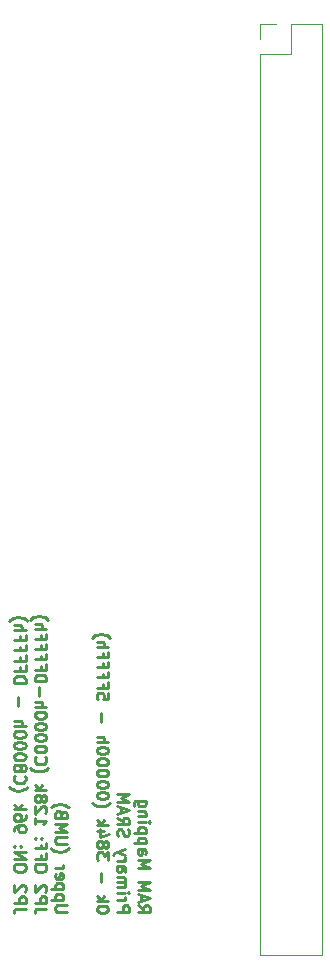
<source format=gbo>
G04 #@! TF.GenerationSoftware,KiCad,Pcbnew,(5.1.4)-1*
G04 #@! TF.CreationDate,2019-11-03T13:42:45-08:00*
G04 #@! TF.ProjectId,Tandy 1000 EX Memory Card,54616e64-7920-4313-9030-30204558204d,rev?*
G04 #@! TF.SameCoordinates,Original*
G04 #@! TF.FileFunction,Legend,Bot*
G04 #@! TF.FilePolarity,Positive*
%FSLAX46Y46*%
G04 Gerber Fmt 4.6, Leading zero omitted, Abs format (unit mm)*
G04 Created by KiCad (PCBNEW (5.1.4)-1) date 2019-11-03 13:42:45*
%MOMM*%
%LPD*%
G04 APERTURE LIST*
%ADD10C,0.250000*%
%ADD11C,0.120000*%
G04 APERTURE END LIST*
D10*
X147037619Y-129837976D02*
X147513809Y-130171309D01*
X147037619Y-130409404D02*
X148037619Y-130409404D01*
X148037619Y-130028452D01*
X147990000Y-129933214D01*
X147942380Y-129885595D01*
X147847142Y-129837976D01*
X147704285Y-129837976D01*
X147609047Y-129885595D01*
X147561428Y-129933214D01*
X147513809Y-130028452D01*
X147513809Y-130409404D01*
X147323333Y-129457023D02*
X147323333Y-128980833D01*
X147037619Y-129552261D02*
X148037619Y-129218928D01*
X147037619Y-128885595D01*
X147037619Y-128552261D02*
X148037619Y-128552261D01*
X147323333Y-128218928D01*
X148037619Y-127885595D01*
X147037619Y-127885595D01*
X147037619Y-126647500D02*
X148037619Y-126647500D01*
X147323333Y-126314166D01*
X148037619Y-125980833D01*
X147037619Y-125980833D01*
X147037619Y-125076071D02*
X147561428Y-125076071D01*
X147656666Y-125123690D01*
X147704285Y-125218928D01*
X147704285Y-125409404D01*
X147656666Y-125504642D01*
X147085238Y-125076071D02*
X147037619Y-125171309D01*
X147037619Y-125409404D01*
X147085238Y-125504642D01*
X147180476Y-125552261D01*
X147275714Y-125552261D01*
X147370952Y-125504642D01*
X147418571Y-125409404D01*
X147418571Y-125171309D01*
X147466190Y-125076071D01*
X147704285Y-124599880D02*
X146704285Y-124599880D01*
X147656666Y-124599880D02*
X147704285Y-124504642D01*
X147704285Y-124314166D01*
X147656666Y-124218928D01*
X147609047Y-124171309D01*
X147513809Y-124123690D01*
X147228095Y-124123690D01*
X147132857Y-124171309D01*
X147085238Y-124218928D01*
X147037619Y-124314166D01*
X147037619Y-124504642D01*
X147085238Y-124599880D01*
X147704285Y-123695119D02*
X146704285Y-123695119D01*
X147656666Y-123695119D02*
X147704285Y-123599880D01*
X147704285Y-123409404D01*
X147656666Y-123314166D01*
X147609047Y-123266547D01*
X147513809Y-123218928D01*
X147228095Y-123218928D01*
X147132857Y-123266547D01*
X147085238Y-123314166D01*
X147037619Y-123409404D01*
X147037619Y-123599880D01*
X147085238Y-123695119D01*
X147037619Y-122790357D02*
X147704285Y-122790357D01*
X148037619Y-122790357D02*
X147990000Y-122837976D01*
X147942380Y-122790357D01*
X147990000Y-122742738D01*
X148037619Y-122790357D01*
X147942380Y-122790357D01*
X147704285Y-122314166D02*
X147037619Y-122314166D01*
X147609047Y-122314166D02*
X147656666Y-122266547D01*
X147704285Y-122171309D01*
X147704285Y-122028452D01*
X147656666Y-121933214D01*
X147561428Y-121885595D01*
X147037619Y-121885595D01*
X147704285Y-120980833D02*
X146894761Y-120980833D01*
X146799523Y-121028452D01*
X146751904Y-121076071D01*
X146704285Y-121171309D01*
X146704285Y-121314166D01*
X146751904Y-121409404D01*
X147085238Y-120980833D02*
X147037619Y-121076071D01*
X147037619Y-121266547D01*
X147085238Y-121361785D01*
X147132857Y-121409404D01*
X147228095Y-121457023D01*
X147513809Y-121457023D01*
X147609047Y-121409404D01*
X147656666Y-121361785D01*
X147704285Y-121266547D01*
X147704285Y-121076071D01*
X147656666Y-120980833D01*
X145287619Y-130409404D02*
X146287619Y-130409404D01*
X146287619Y-130028452D01*
X146240000Y-129933214D01*
X146192380Y-129885595D01*
X146097142Y-129837976D01*
X145954285Y-129837976D01*
X145859047Y-129885595D01*
X145811428Y-129933214D01*
X145763809Y-130028452D01*
X145763809Y-130409404D01*
X145287619Y-129409404D02*
X145954285Y-129409404D01*
X145763809Y-129409404D02*
X145859047Y-129361785D01*
X145906666Y-129314166D01*
X145954285Y-129218928D01*
X145954285Y-129123690D01*
X145287619Y-128790357D02*
X145954285Y-128790357D01*
X146287619Y-128790357D02*
X146240000Y-128837976D01*
X146192380Y-128790357D01*
X146240000Y-128742738D01*
X146287619Y-128790357D01*
X146192380Y-128790357D01*
X145287619Y-128314166D02*
X145954285Y-128314166D01*
X145859047Y-128314166D02*
X145906666Y-128266547D01*
X145954285Y-128171309D01*
X145954285Y-128028452D01*
X145906666Y-127933214D01*
X145811428Y-127885595D01*
X145287619Y-127885595D01*
X145811428Y-127885595D02*
X145906666Y-127837976D01*
X145954285Y-127742738D01*
X145954285Y-127599880D01*
X145906666Y-127504642D01*
X145811428Y-127457023D01*
X145287619Y-127457023D01*
X145287619Y-126552261D02*
X145811428Y-126552261D01*
X145906666Y-126599880D01*
X145954285Y-126695119D01*
X145954285Y-126885595D01*
X145906666Y-126980833D01*
X145335238Y-126552261D02*
X145287619Y-126647500D01*
X145287619Y-126885595D01*
X145335238Y-126980833D01*
X145430476Y-127028452D01*
X145525714Y-127028452D01*
X145620952Y-126980833D01*
X145668571Y-126885595D01*
X145668571Y-126647500D01*
X145716190Y-126552261D01*
X145287619Y-126076071D02*
X145954285Y-126076071D01*
X145763809Y-126076071D02*
X145859047Y-126028452D01*
X145906666Y-125980833D01*
X145954285Y-125885595D01*
X145954285Y-125790357D01*
X145954285Y-125552261D02*
X145287619Y-125314166D01*
X145954285Y-125076071D02*
X145287619Y-125314166D01*
X145049523Y-125409404D01*
X145001904Y-125457023D01*
X144954285Y-125552261D01*
X145335238Y-123980833D02*
X145287619Y-123837976D01*
X145287619Y-123599880D01*
X145335238Y-123504642D01*
X145382857Y-123457023D01*
X145478095Y-123409404D01*
X145573333Y-123409404D01*
X145668571Y-123457023D01*
X145716190Y-123504642D01*
X145763809Y-123599880D01*
X145811428Y-123790357D01*
X145859047Y-123885595D01*
X145906666Y-123933214D01*
X146001904Y-123980833D01*
X146097142Y-123980833D01*
X146192380Y-123933214D01*
X146240000Y-123885595D01*
X146287619Y-123790357D01*
X146287619Y-123552261D01*
X146240000Y-123409404D01*
X145287619Y-122409404D02*
X145763809Y-122742738D01*
X145287619Y-122980833D02*
X146287619Y-122980833D01*
X146287619Y-122599880D01*
X146240000Y-122504642D01*
X146192380Y-122457023D01*
X146097142Y-122409404D01*
X145954285Y-122409404D01*
X145859047Y-122457023D01*
X145811428Y-122504642D01*
X145763809Y-122599880D01*
X145763809Y-122980833D01*
X145573333Y-122028452D02*
X145573333Y-121552261D01*
X145287619Y-122123690D02*
X146287619Y-121790357D01*
X145287619Y-121457023D01*
X145287619Y-121123690D02*
X146287619Y-121123690D01*
X145573333Y-120790357D01*
X146287619Y-120457023D01*
X145287619Y-120457023D01*
X144537619Y-130218928D02*
X144537619Y-130123690D01*
X144490000Y-130028452D01*
X144442380Y-129980833D01*
X144347142Y-129933214D01*
X144156666Y-129885595D01*
X143918571Y-129885595D01*
X143728095Y-129933214D01*
X143632857Y-129980833D01*
X143585238Y-130028452D01*
X143537619Y-130123690D01*
X143537619Y-130218928D01*
X143585238Y-130314166D01*
X143632857Y-130361785D01*
X143728095Y-130409404D01*
X143918571Y-130457023D01*
X144156666Y-130457023D01*
X144347142Y-130409404D01*
X144442380Y-130361785D01*
X144490000Y-130314166D01*
X144537619Y-130218928D01*
X143537619Y-129457023D02*
X144537619Y-129457023D01*
X143918571Y-129361785D02*
X143537619Y-129076071D01*
X144204285Y-129076071D02*
X143823333Y-129457023D01*
X143918571Y-127885595D02*
X143918571Y-127123690D01*
X144537619Y-125980833D02*
X144537619Y-125361785D01*
X144156666Y-125695119D01*
X144156666Y-125552261D01*
X144109047Y-125457023D01*
X144061428Y-125409404D01*
X143966190Y-125361785D01*
X143728095Y-125361785D01*
X143632857Y-125409404D01*
X143585238Y-125457023D01*
X143537619Y-125552261D01*
X143537619Y-125837976D01*
X143585238Y-125933214D01*
X143632857Y-125980833D01*
X144109047Y-124790357D02*
X144156666Y-124885595D01*
X144204285Y-124933214D01*
X144299523Y-124980833D01*
X144347142Y-124980833D01*
X144442380Y-124933214D01*
X144490000Y-124885595D01*
X144537619Y-124790357D01*
X144537619Y-124599880D01*
X144490000Y-124504642D01*
X144442380Y-124457023D01*
X144347142Y-124409404D01*
X144299523Y-124409404D01*
X144204285Y-124457023D01*
X144156666Y-124504642D01*
X144109047Y-124599880D01*
X144109047Y-124790357D01*
X144061428Y-124885595D01*
X144013809Y-124933214D01*
X143918571Y-124980833D01*
X143728095Y-124980833D01*
X143632857Y-124933214D01*
X143585238Y-124885595D01*
X143537619Y-124790357D01*
X143537619Y-124599880D01*
X143585238Y-124504642D01*
X143632857Y-124457023D01*
X143728095Y-124409404D01*
X143918571Y-124409404D01*
X144013809Y-124457023D01*
X144061428Y-124504642D01*
X144109047Y-124599880D01*
X144204285Y-123552261D02*
X143537619Y-123552261D01*
X144585238Y-123790357D02*
X143870952Y-124028452D01*
X143870952Y-123409404D01*
X143537619Y-123028452D02*
X144537619Y-123028452D01*
X143918571Y-122933214D02*
X143537619Y-122647500D01*
X144204285Y-122647500D02*
X143823333Y-123028452D01*
X143156666Y-121171309D02*
X143204285Y-121218928D01*
X143347142Y-121314166D01*
X143442380Y-121361785D01*
X143585238Y-121409404D01*
X143823333Y-121457023D01*
X144013809Y-121457023D01*
X144251904Y-121409404D01*
X144394761Y-121361785D01*
X144490000Y-121314166D01*
X144632857Y-121218928D01*
X144680476Y-121171309D01*
X144537619Y-120599880D02*
X144537619Y-120504642D01*
X144490000Y-120409404D01*
X144442380Y-120361785D01*
X144347142Y-120314166D01*
X144156666Y-120266547D01*
X143918571Y-120266547D01*
X143728095Y-120314166D01*
X143632857Y-120361785D01*
X143585238Y-120409404D01*
X143537619Y-120504642D01*
X143537619Y-120599880D01*
X143585238Y-120695119D01*
X143632857Y-120742738D01*
X143728095Y-120790357D01*
X143918571Y-120837976D01*
X144156666Y-120837976D01*
X144347142Y-120790357D01*
X144442380Y-120742738D01*
X144490000Y-120695119D01*
X144537619Y-120599880D01*
X144537619Y-119647500D02*
X144537619Y-119552261D01*
X144490000Y-119457023D01*
X144442380Y-119409404D01*
X144347142Y-119361785D01*
X144156666Y-119314166D01*
X143918571Y-119314166D01*
X143728095Y-119361785D01*
X143632857Y-119409404D01*
X143585238Y-119457023D01*
X143537619Y-119552261D01*
X143537619Y-119647500D01*
X143585238Y-119742738D01*
X143632857Y-119790357D01*
X143728095Y-119837976D01*
X143918571Y-119885595D01*
X144156666Y-119885595D01*
X144347142Y-119837976D01*
X144442380Y-119790357D01*
X144490000Y-119742738D01*
X144537619Y-119647500D01*
X144537619Y-118695119D02*
X144537619Y-118599880D01*
X144490000Y-118504642D01*
X144442380Y-118457023D01*
X144347142Y-118409404D01*
X144156666Y-118361785D01*
X143918571Y-118361785D01*
X143728095Y-118409404D01*
X143632857Y-118457023D01*
X143585238Y-118504642D01*
X143537619Y-118599880D01*
X143537619Y-118695119D01*
X143585238Y-118790357D01*
X143632857Y-118837976D01*
X143728095Y-118885595D01*
X143918571Y-118933214D01*
X144156666Y-118933214D01*
X144347142Y-118885595D01*
X144442380Y-118837976D01*
X144490000Y-118790357D01*
X144537619Y-118695119D01*
X144537619Y-117742738D02*
X144537619Y-117647500D01*
X144490000Y-117552261D01*
X144442380Y-117504642D01*
X144347142Y-117457023D01*
X144156666Y-117409404D01*
X143918571Y-117409404D01*
X143728095Y-117457023D01*
X143632857Y-117504642D01*
X143585238Y-117552261D01*
X143537619Y-117647500D01*
X143537619Y-117742738D01*
X143585238Y-117837976D01*
X143632857Y-117885595D01*
X143728095Y-117933214D01*
X143918571Y-117980833D01*
X144156666Y-117980833D01*
X144347142Y-117933214D01*
X144442380Y-117885595D01*
X144490000Y-117837976D01*
X144537619Y-117742738D01*
X144537619Y-116790357D02*
X144537619Y-116695119D01*
X144490000Y-116599880D01*
X144442380Y-116552261D01*
X144347142Y-116504642D01*
X144156666Y-116457023D01*
X143918571Y-116457023D01*
X143728095Y-116504642D01*
X143632857Y-116552261D01*
X143585238Y-116599880D01*
X143537619Y-116695119D01*
X143537619Y-116790357D01*
X143585238Y-116885595D01*
X143632857Y-116933214D01*
X143728095Y-116980833D01*
X143918571Y-117028452D01*
X144156666Y-117028452D01*
X144347142Y-116980833D01*
X144442380Y-116933214D01*
X144490000Y-116885595D01*
X144537619Y-116790357D01*
X143537619Y-116028452D02*
X144537619Y-116028452D01*
X143537619Y-115599880D02*
X144061428Y-115599880D01*
X144156666Y-115647500D01*
X144204285Y-115742738D01*
X144204285Y-115885595D01*
X144156666Y-115980833D01*
X144109047Y-116028452D01*
X143918571Y-114361785D02*
X143918571Y-113599880D01*
X144537619Y-111885595D02*
X144537619Y-112361785D01*
X144061428Y-112409404D01*
X144109047Y-112361785D01*
X144156666Y-112266547D01*
X144156666Y-112028452D01*
X144109047Y-111933214D01*
X144061428Y-111885595D01*
X143966190Y-111837976D01*
X143728095Y-111837976D01*
X143632857Y-111885595D01*
X143585238Y-111933214D01*
X143537619Y-112028452D01*
X143537619Y-112266547D01*
X143585238Y-112361785D01*
X143632857Y-112409404D01*
X144061428Y-111076071D02*
X144061428Y-111409404D01*
X143537619Y-111409404D02*
X144537619Y-111409404D01*
X144537619Y-110933214D01*
X144061428Y-110218928D02*
X144061428Y-110552261D01*
X143537619Y-110552261D02*
X144537619Y-110552261D01*
X144537619Y-110076071D01*
X144061428Y-109361785D02*
X144061428Y-109695119D01*
X143537619Y-109695119D02*
X144537619Y-109695119D01*
X144537619Y-109218928D01*
X144061428Y-108504642D02*
X144061428Y-108837976D01*
X143537619Y-108837976D02*
X144537619Y-108837976D01*
X144537619Y-108361785D01*
X143537619Y-107980833D02*
X144537619Y-107980833D01*
X143537619Y-107552261D02*
X144061428Y-107552261D01*
X144156666Y-107599880D01*
X144204285Y-107695119D01*
X144204285Y-107837976D01*
X144156666Y-107933214D01*
X144109047Y-107980833D01*
X143156666Y-107171309D02*
X143204285Y-107123690D01*
X143347142Y-107028452D01*
X143442380Y-106980833D01*
X143585238Y-106933214D01*
X143823333Y-106885595D01*
X144013809Y-106885595D01*
X144251904Y-106933214D01*
X144394761Y-106980833D01*
X144490000Y-107028452D01*
X144632857Y-107123690D01*
X144680476Y-107171309D01*
X141037619Y-130409404D02*
X140228095Y-130409404D01*
X140132857Y-130361785D01*
X140085238Y-130314166D01*
X140037619Y-130218928D01*
X140037619Y-130028452D01*
X140085238Y-129933214D01*
X140132857Y-129885595D01*
X140228095Y-129837976D01*
X141037619Y-129837976D01*
X140704285Y-129361785D02*
X139704285Y-129361785D01*
X140656666Y-129361785D02*
X140704285Y-129266547D01*
X140704285Y-129076071D01*
X140656666Y-128980833D01*
X140609047Y-128933214D01*
X140513809Y-128885595D01*
X140228095Y-128885595D01*
X140132857Y-128933214D01*
X140085238Y-128980833D01*
X140037619Y-129076071D01*
X140037619Y-129266547D01*
X140085238Y-129361785D01*
X140704285Y-128457023D02*
X139704285Y-128457023D01*
X140656666Y-128457023D02*
X140704285Y-128361785D01*
X140704285Y-128171309D01*
X140656666Y-128076071D01*
X140609047Y-128028452D01*
X140513809Y-127980833D01*
X140228095Y-127980833D01*
X140132857Y-128028452D01*
X140085238Y-128076071D01*
X140037619Y-128171309D01*
X140037619Y-128361785D01*
X140085238Y-128457023D01*
X140085238Y-127171309D02*
X140037619Y-127266547D01*
X140037619Y-127457023D01*
X140085238Y-127552261D01*
X140180476Y-127599880D01*
X140561428Y-127599880D01*
X140656666Y-127552261D01*
X140704285Y-127457023D01*
X140704285Y-127266547D01*
X140656666Y-127171309D01*
X140561428Y-127123690D01*
X140466190Y-127123690D01*
X140370952Y-127599880D01*
X140037619Y-126695119D02*
X140704285Y-126695119D01*
X140513809Y-126695119D02*
X140609047Y-126647500D01*
X140656666Y-126599880D01*
X140704285Y-126504642D01*
X140704285Y-126409404D01*
X139656666Y-125028452D02*
X139704285Y-125076071D01*
X139847142Y-125171309D01*
X139942380Y-125218928D01*
X140085238Y-125266547D01*
X140323333Y-125314166D01*
X140513809Y-125314166D01*
X140751904Y-125266547D01*
X140894761Y-125218928D01*
X140990000Y-125171309D01*
X141132857Y-125076071D01*
X141180476Y-125028452D01*
X141037619Y-124647500D02*
X140228095Y-124647500D01*
X140132857Y-124599880D01*
X140085238Y-124552261D01*
X140037619Y-124457023D01*
X140037619Y-124266547D01*
X140085238Y-124171309D01*
X140132857Y-124123690D01*
X140228095Y-124076071D01*
X141037619Y-124076071D01*
X140037619Y-123599880D02*
X141037619Y-123599880D01*
X140323333Y-123266547D01*
X141037619Y-122933214D01*
X140037619Y-122933214D01*
X140561428Y-122123690D02*
X140513809Y-121980833D01*
X140466190Y-121933214D01*
X140370952Y-121885595D01*
X140228095Y-121885595D01*
X140132857Y-121933214D01*
X140085238Y-121980833D01*
X140037619Y-122076071D01*
X140037619Y-122457023D01*
X141037619Y-122457023D01*
X141037619Y-122123690D01*
X140990000Y-122028452D01*
X140942380Y-121980833D01*
X140847142Y-121933214D01*
X140751904Y-121933214D01*
X140656666Y-121980833D01*
X140609047Y-122028452D01*
X140561428Y-122123690D01*
X140561428Y-122457023D01*
X139656666Y-121552261D02*
X139704285Y-121504642D01*
X139847142Y-121409404D01*
X139942380Y-121361785D01*
X140085238Y-121314166D01*
X140323333Y-121266547D01*
X140513809Y-121266547D01*
X140751904Y-121314166D01*
X140894761Y-121361785D01*
X140990000Y-121409404D01*
X141132857Y-121504642D01*
X141180476Y-121552261D01*
X139287619Y-130123690D02*
X138573333Y-130123690D01*
X138430476Y-130171309D01*
X138335238Y-130266547D01*
X138287619Y-130409404D01*
X138287619Y-130504642D01*
X138287619Y-129647500D02*
X139287619Y-129647500D01*
X139287619Y-129266547D01*
X139240000Y-129171309D01*
X139192380Y-129123690D01*
X139097142Y-129076071D01*
X138954285Y-129076071D01*
X138859047Y-129123690D01*
X138811428Y-129171309D01*
X138763809Y-129266547D01*
X138763809Y-129647500D01*
X139192380Y-128695119D02*
X139240000Y-128647500D01*
X139287619Y-128552261D01*
X139287619Y-128314166D01*
X139240000Y-128218928D01*
X139192380Y-128171309D01*
X139097142Y-128123690D01*
X139001904Y-128123690D01*
X138859047Y-128171309D01*
X138287619Y-128742738D01*
X138287619Y-128123690D01*
X139287619Y-126742738D02*
X139287619Y-126552261D01*
X139240000Y-126457023D01*
X139144761Y-126361785D01*
X138954285Y-126314166D01*
X138620952Y-126314166D01*
X138430476Y-126361785D01*
X138335238Y-126457023D01*
X138287619Y-126552261D01*
X138287619Y-126742738D01*
X138335238Y-126837976D01*
X138430476Y-126933214D01*
X138620952Y-126980833D01*
X138954285Y-126980833D01*
X139144761Y-126933214D01*
X139240000Y-126837976D01*
X139287619Y-126742738D01*
X138811428Y-125552261D02*
X138811428Y-125885595D01*
X138287619Y-125885595D02*
X139287619Y-125885595D01*
X139287619Y-125409404D01*
X138811428Y-124695119D02*
X138811428Y-125028452D01*
X138287619Y-125028452D02*
X139287619Y-125028452D01*
X139287619Y-124552261D01*
X138382857Y-124171309D02*
X138335238Y-124123690D01*
X138287619Y-124171309D01*
X138335238Y-124218928D01*
X138382857Y-124171309D01*
X138287619Y-124171309D01*
X138906666Y-124171309D02*
X138859047Y-124123690D01*
X138811428Y-124171309D01*
X138859047Y-124218928D01*
X138906666Y-124171309D01*
X138811428Y-124171309D01*
X138287619Y-122409404D02*
X138287619Y-122980833D01*
X138287619Y-122695119D02*
X139287619Y-122695119D01*
X139144761Y-122790357D01*
X139049523Y-122885595D01*
X139001904Y-122980833D01*
X139192380Y-122028452D02*
X139240000Y-121980833D01*
X139287619Y-121885595D01*
X139287619Y-121647500D01*
X139240000Y-121552261D01*
X139192380Y-121504642D01*
X139097142Y-121457023D01*
X139001904Y-121457023D01*
X138859047Y-121504642D01*
X138287619Y-122076071D01*
X138287619Y-121457023D01*
X138859047Y-120885595D02*
X138906666Y-120980833D01*
X138954285Y-121028452D01*
X139049523Y-121076071D01*
X139097142Y-121076071D01*
X139192380Y-121028452D01*
X139240000Y-120980833D01*
X139287619Y-120885595D01*
X139287619Y-120695119D01*
X139240000Y-120599880D01*
X139192380Y-120552261D01*
X139097142Y-120504642D01*
X139049523Y-120504642D01*
X138954285Y-120552261D01*
X138906666Y-120599880D01*
X138859047Y-120695119D01*
X138859047Y-120885595D01*
X138811428Y-120980833D01*
X138763809Y-121028452D01*
X138668571Y-121076071D01*
X138478095Y-121076071D01*
X138382857Y-121028452D01*
X138335238Y-120980833D01*
X138287619Y-120885595D01*
X138287619Y-120695119D01*
X138335238Y-120599880D01*
X138382857Y-120552261D01*
X138478095Y-120504642D01*
X138668571Y-120504642D01*
X138763809Y-120552261D01*
X138811428Y-120599880D01*
X138859047Y-120695119D01*
X138287619Y-120076071D02*
X139287619Y-120076071D01*
X138668571Y-119980833D02*
X138287619Y-119695119D01*
X138954285Y-119695119D02*
X138573333Y-120076071D01*
X137906666Y-118218928D02*
X137954285Y-118266547D01*
X138097142Y-118361785D01*
X138192380Y-118409404D01*
X138335238Y-118457023D01*
X138573333Y-118504642D01*
X138763809Y-118504642D01*
X139001904Y-118457023D01*
X139144761Y-118409404D01*
X139240000Y-118361785D01*
X139382857Y-118266547D01*
X139430476Y-118218928D01*
X138382857Y-117266547D02*
X138335238Y-117314166D01*
X138287619Y-117457023D01*
X138287619Y-117552261D01*
X138335238Y-117695119D01*
X138430476Y-117790357D01*
X138525714Y-117837976D01*
X138716190Y-117885595D01*
X138859047Y-117885595D01*
X139049523Y-117837976D01*
X139144761Y-117790357D01*
X139240000Y-117695119D01*
X139287619Y-117552261D01*
X139287619Y-117457023D01*
X139240000Y-117314166D01*
X139192380Y-117266547D01*
X139287619Y-116647500D02*
X139287619Y-116552261D01*
X139240000Y-116457023D01*
X139192380Y-116409404D01*
X139097142Y-116361785D01*
X138906666Y-116314166D01*
X138668571Y-116314166D01*
X138478095Y-116361785D01*
X138382857Y-116409404D01*
X138335238Y-116457023D01*
X138287619Y-116552261D01*
X138287619Y-116647500D01*
X138335238Y-116742738D01*
X138382857Y-116790357D01*
X138478095Y-116837976D01*
X138668571Y-116885595D01*
X138906666Y-116885595D01*
X139097142Y-116837976D01*
X139192380Y-116790357D01*
X139240000Y-116742738D01*
X139287619Y-116647500D01*
X139287619Y-115695119D02*
X139287619Y-115599880D01*
X139240000Y-115504642D01*
X139192380Y-115457023D01*
X139097142Y-115409404D01*
X138906666Y-115361785D01*
X138668571Y-115361785D01*
X138478095Y-115409404D01*
X138382857Y-115457023D01*
X138335238Y-115504642D01*
X138287619Y-115599880D01*
X138287619Y-115695119D01*
X138335238Y-115790357D01*
X138382857Y-115837976D01*
X138478095Y-115885595D01*
X138668571Y-115933214D01*
X138906666Y-115933214D01*
X139097142Y-115885595D01*
X139192380Y-115837976D01*
X139240000Y-115790357D01*
X139287619Y-115695119D01*
X139287619Y-114742738D02*
X139287619Y-114647500D01*
X139240000Y-114552261D01*
X139192380Y-114504642D01*
X139097142Y-114457023D01*
X138906666Y-114409404D01*
X138668571Y-114409404D01*
X138478095Y-114457023D01*
X138382857Y-114504642D01*
X138335238Y-114552261D01*
X138287619Y-114647500D01*
X138287619Y-114742738D01*
X138335238Y-114837976D01*
X138382857Y-114885595D01*
X138478095Y-114933214D01*
X138668571Y-114980833D01*
X138906666Y-114980833D01*
X139097142Y-114933214D01*
X139192380Y-114885595D01*
X139240000Y-114837976D01*
X139287619Y-114742738D01*
X139287619Y-113790357D02*
X139287619Y-113695119D01*
X139240000Y-113599880D01*
X139192380Y-113552261D01*
X139097142Y-113504642D01*
X138906666Y-113457023D01*
X138668571Y-113457023D01*
X138478095Y-113504642D01*
X138382857Y-113552261D01*
X138335238Y-113599880D01*
X138287619Y-113695119D01*
X138287619Y-113790357D01*
X138335238Y-113885595D01*
X138382857Y-113933214D01*
X138478095Y-113980833D01*
X138668571Y-114028452D01*
X138906666Y-114028452D01*
X139097142Y-113980833D01*
X139192380Y-113933214D01*
X139240000Y-113885595D01*
X139287619Y-113790357D01*
X138287619Y-113028452D02*
X139287619Y-113028452D01*
X138287619Y-112599880D02*
X138811428Y-112599880D01*
X138906666Y-112647500D01*
X138954285Y-112742738D01*
X138954285Y-112885595D01*
X138906666Y-112980833D01*
X138859047Y-113028452D01*
X138668571Y-112123690D02*
X138668571Y-111361785D01*
X138287619Y-110885595D02*
X139287619Y-110885595D01*
X139287619Y-110647500D01*
X139240000Y-110504642D01*
X139144761Y-110409404D01*
X139049523Y-110361785D01*
X138859047Y-110314166D01*
X138716190Y-110314166D01*
X138525714Y-110361785D01*
X138430476Y-110409404D01*
X138335238Y-110504642D01*
X138287619Y-110647500D01*
X138287619Y-110885595D01*
X138811428Y-109552261D02*
X138811428Y-109885595D01*
X138287619Y-109885595D02*
X139287619Y-109885595D01*
X139287619Y-109409404D01*
X138811428Y-108695119D02*
X138811428Y-109028452D01*
X138287619Y-109028452D02*
X139287619Y-109028452D01*
X139287619Y-108552261D01*
X138811428Y-107837976D02*
X138811428Y-108171309D01*
X138287619Y-108171309D02*
X139287619Y-108171309D01*
X139287619Y-107695119D01*
X138811428Y-106980833D02*
X138811428Y-107314166D01*
X138287619Y-107314166D02*
X139287619Y-107314166D01*
X139287619Y-106837976D01*
X138287619Y-106457023D02*
X139287619Y-106457023D01*
X138287619Y-106028452D02*
X138811428Y-106028452D01*
X138906666Y-106076071D01*
X138954285Y-106171309D01*
X138954285Y-106314166D01*
X138906666Y-106409404D01*
X138859047Y-106457023D01*
X137906666Y-105647500D02*
X137954285Y-105599880D01*
X138097142Y-105504642D01*
X138192380Y-105457023D01*
X138335238Y-105409404D01*
X138573333Y-105361785D01*
X138763809Y-105361785D01*
X139001904Y-105409404D01*
X139144761Y-105457023D01*
X139240000Y-105504642D01*
X139382857Y-105599880D01*
X139430476Y-105647500D01*
X137537619Y-130123690D02*
X136823333Y-130123690D01*
X136680476Y-130171309D01*
X136585238Y-130266547D01*
X136537619Y-130409404D01*
X136537619Y-130504642D01*
X136537619Y-129647500D02*
X137537619Y-129647500D01*
X137537619Y-129266547D01*
X137490000Y-129171309D01*
X137442380Y-129123690D01*
X137347142Y-129076071D01*
X137204285Y-129076071D01*
X137109047Y-129123690D01*
X137061428Y-129171309D01*
X137013809Y-129266547D01*
X137013809Y-129647500D01*
X137442380Y-128695119D02*
X137490000Y-128647500D01*
X137537619Y-128552261D01*
X137537619Y-128314166D01*
X137490000Y-128218928D01*
X137442380Y-128171309D01*
X137347142Y-128123690D01*
X137251904Y-128123690D01*
X137109047Y-128171309D01*
X136537619Y-128742738D01*
X136537619Y-128123690D01*
X137537619Y-126742738D02*
X137537619Y-126552261D01*
X137490000Y-126457023D01*
X137394761Y-126361785D01*
X137204285Y-126314166D01*
X136870952Y-126314166D01*
X136680476Y-126361785D01*
X136585238Y-126457023D01*
X136537619Y-126552261D01*
X136537619Y-126742738D01*
X136585238Y-126837976D01*
X136680476Y-126933214D01*
X136870952Y-126980833D01*
X137204285Y-126980833D01*
X137394761Y-126933214D01*
X137490000Y-126837976D01*
X137537619Y-126742738D01*
X136537619Y-125885595D02*
X137537619Y-125885595D01*
X136537619Y-125314166D01*
X137537619Y-125314166D01*
X136632857Y-124837976D02*
X136585238Y-124790357D01*
X136537619Y-124837976D01*
X136585238Y-124885595D01*
X136632857Y-124837976D01*
X136537619Y-124837976D01*
X137156666Y-124837976D02*
X137109047Y-124790357D01*
X137061428Y-124837976D01*
X137109047Y-124885595D01*
X137156666Y-124837976D01*
X137061428Y-124837976D01*
X136537619Y-123552261D02*
X136537619Y-123361785D01*
X136585238Y-123266547D01*
X136632857Y-123218928D01*
X136775714Y-123123690D01*
X136966190Y-123076071D01*
X137347142Y-123076071D01*
X137442380Y-123123690D01*
X137490000Y-123171309D01*
X137537619Y-123266547D01*
X137537619Y-123457023D01*
X137490000Y-123552261D01*
X137442380Y-123599880D01*
X137347142Y-123647500D01*
X137109047Y-123647500D01*
X137013809Y-123599880D01*
X136966190Y-123552261D01*
X136918571Y-123457023D01*
X136918571Y-123266547D01*
X136966190Y-123171309D01*
X137013809Y-123123690D01*
X137109047Y-123076071D01*
X137537619Y-122218928D02*
X137537619Y-122409404D01*
X137490000Y-122504642D01*
X137442380Y-122552261D01*
X137299523Y-122647500D01*
X137109047Y-122695119D01*
X136728095Y-122695119D01*
X136632857Y-122647500D01*
X136585238Y-122599880D01*
X136537619Y-122504642D01*
X136537619Y-122314166D01*
X136585238Y-122218928D01*
X136632857Y-122171309D01*
X136728095Y-122123690D01*
X136966190Y-122123690D01*
X137061428Y-122171309D01*
X137109047Y-122218928D01*
X137156666Y-122314166D01*
X137156666Y-122504642D01*
X137109047Y-122599880D01*
X137061428Y-122647500D01*
X136966190Y-122695119D01*
X136537619Y-121695119D02*
X137537619Y-121695119D01*
X136918571Y-121599880D02*
X136537619Y-121314166D01*
X137204285Y-121314166D02*
X136823333Y-121695119D01*
X136156666Y-119837976D02*
X136204285Y-119885595D01*
X136347142Y-119980833D01*
X136442380Y-120028452D01*
X136585238Y-120076071D01*
X136823333Y-120123690D01*
X137013809Y-120123690D01*
X137251904Y-120076071D01*
X137394761Y-120028452D01*
X137490000Y-119980833D01*
X137632857Y-119885595D01*
X137680476Y-119837976D01*
X136632857Y-118885595D02*
X136585238Y-118933214D01*
X136537619Y-119076071D01*
X136537619Y-119171309D01*
X136585238Y-119314166D01*
X136680476Y-119409404D01*
X136775714Y-119457023D01*
X136966190Y-119504642D01*
X137109047Y-119504642D01*
X137299523Y-119457023D01*
X137394761Y-119409404D01*
X137490000Y-119314166D01*
X137537619Y-119171309D01*
X137537619Y-119076071D01*
X137490000Y-118933214D01*
X137442380Y-118885595D01*
X137109047Y-118314166D02*
X137156666Y-118409404D01*
X137204285Y-118457023D01*
X137299523Y-118504642D01*
X137347142Y-118504642D01*
X137442380Y-118457023D01*
X137490000Y-118409404D01*
X137537619Y-118314166D01*
X137537619Y-118123690D01*
X137490000Y-118028452D01*
X137442380Y-117980833D01*
X137347142Y-117933214D01*
X137299523Y-117933214D01*
X137204285Y-117980833D01*
X137156666Y-118028452D01*
X137109047Y-118123690D01*
X137109047Y-118314166D01*
X137061428Y-118409404D01*
X137013809Y-118457023D01*
X136918571Y-118504642D01*
X136728095Y-118504642D01*
X136632857Y-118457023D01*
X136585238Y-118409404D01*
X136537619Y-118314166D01*
X136537619Y-118123690D01*
X136585238Y-118028452D01*
X136632857Y-117980833D01*
X136728095Y-117933214D01*
X136918571Y-117933214D01*
X137013809Y-117980833D01*
X137061428Y-118028452D01*
X137109047Y-118123690D01*
X137537619Y-117314166D02*
X137537619Y-117218928D01*
X137490000Y-117123690D01*
X137442380Y-117076071D01*
X137347142Y-117028452D01*
X137156666Y-116980833D01*
X136918571Y-116980833D01*
X136728095Y-117028452D01*
X136632857Y-117076071D01*
X136585238Y-117123690D01*
X136537619Y-117218928D01*
X136537619Y-117314166D01*
X136585238Y-117409404D01*
X136632857Y-117457023D01*
X136728095Y-117504642D01*
X136918571Y-117552261D01*
X137156666Y-117552261D01*
X137347142Y-117504642D01*
X137442380Y-117457023D01*
X137490000Y-117409404D01*
X137537619Y-117314166D01*
X137537619Y-116361785D02*
X137537619Y-116266547D01*
X137490000Y-116171309D01*
X137442380Y-116123690D01*
X137347142Y-116076071D01*
X137156666Y-116028452D01*
X136918571Y-116028452D01*
X136728095Y-116076071D01*
X136632857Y-116123690D01*
X136585238Y-116171309D01*
X136537619Y-116266547D01*
X136537619Y-116361785D01*
X136585238Y-116457023D01*
X136632857Y-116504642D01*
X136728095Y-116552261D01*
X136918571Y-116599880D01*
X137156666Y-116599880D01*
X137347142Y-116552261D01*
X137442380Y-116504642D01*
X137490000Y-116457023D01*
X137537619Y-116361785D01*
X137537619Y-115409404D02*
X137537619Y-115314166D01*
X137490000Y-115218928D01*
X137442380Y-115171309D01*
X137347142Y-115123690D01*
X137156666Y-115076071D01*
X136918571Y-115076071D01*
X136728095Y-115123690D01*
X136632857Y-115171309D01*
X136585238Y-115218928D01*
X136537619Y-115314166D01*
X136537619Y-115409404D01*
X136585238Y-115504642D01*
X136632857Y-115552261D01*
X136728095Y-115599880D01*
X136918571Y-115647500D01*
X137156666Y-115647500D01*
X137347142Y-115599880D01*
X137442380Y-115552261D01*
X137490000Y-115504642D01*
X137537619Y-115409404D01*
X136537619Y-114647500D02*
X137537619Y-114647500D01*
X136537619Y-114218928D02*
X137061428Y-114218928D01*
X137156666Y-114266547D01*
X137204285Y-114361785D01*
X137204285Y-114504642D01*
X137156666Y-114599880D01*
X137109047Y-114647500D01*
X136918571Y-112980833D02*
X136918571Y-112218928D01*
X136537619Y-110980833D02*
X137537619Y-110980833D01*
X137537619Y-110742738D01*
X137490000Y-110599880D01*
X137394761Y-110504642D01*
X137299523Y-110457023D01*
X137109047Y-110409404D01*
X136966190Y-110409404D01*
X136775714Y-110457023D01*
X136680476Y-110504642D01*
X136585238Y-110599880D01*
X136537619Y-110742738D01*
X136537619Y-110980833D01*
X137061428Y-109647500D02*
X137061428Y-109980833D01*
X136537619Y-109980833D02*
X137537619Y-109980833D01*
X137537619Y-109504642D01*
X137061428Y-108790357D02*
X137061428Y-109123690D01*
X136537619Y-109123690D02*
X137537619Y-109123690D01*
X137537619Y-108647500D01*
X137061428Y-107933214D02*
X137061428Y-108266547D01*
X136537619Y-108266547D02*
X137537619Y-108266547D01*
X137537619Y-107790357D01*
X137061428Y-107076071D02*
X137061428Y-107409404D01*
X136537619Y-107409404D02*
X137537619Y-107409404D01*
X137537619Y-106933214D01*
X136537619Y-106552261D02*
X137537619Y-106552261D01*
X136537619Y-106123690D02*
X137061428Y-106123690D01*
X137156666Y-106171309D01*
X137204285Y-106266547D01*
X137204285Y-106409404D01*
X137156666Y-106504642D01*
X137109047Y-106552261D01*
X136156666Y-105742738D02*
X136204285Y-105695119D01*
X136347142Y-105599880D01*
X136442380Y-105552261D01*
X136585238Y-105504642D01*
X136823333Y-105457023D01*
X137013809Y-105457023D01*
X137251904Y-105504642D01*
X137394761Y-105552261D01*
X137490000Y-105599880D01*
X137632857Y-105695119D01*
X137680476Y-105742738D01*
D11*
X158750000Y-55185000D02*
X157420000Y-55185000D01*
X157420000Y-55185000D02*
X157420000Y-56515000D01*
X160020000Y-55185000D02*
X160020000Y-57785000D01*
X160020000Y-57785000D02*
X157420000Y-57785000D01*
X157420000Y-57785000D02*
X157420000Y-134045000D01*
X162620000Y-134045000D02*
X157420000Y-134045000D01*
X162620000Y-55185000D02*
X162620000Y-134045000D01*
X162620000Y-55185000D02*
X160020000Y-55185000D01*
M02*

</source>
